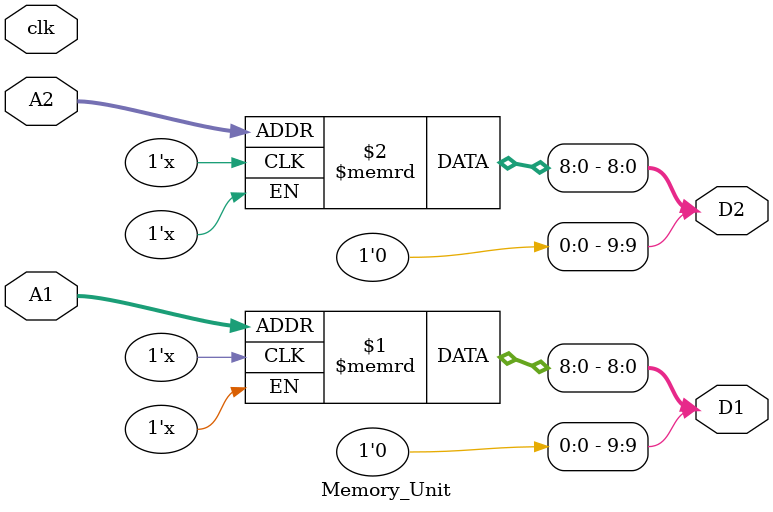
<source format=v>
module Memory_Unit (D2, D1, A2, A1, clk);
// specify parameters
	parameter word_size = 9;
	parameter memory_size = 512;
	
// define ports
	output [word_size: 0] D2;
	output [word_size: 0] D1;
	input [word_size-1: 0] A2;
	input [word_size-1: 0] A1;
	input clk;
// declare temp to cater to conditions
	reg [word_size-1: 0] Memory [memory_size-1: 0];
// Assign output ports
	assign D1 = Memory[A1];
	assign D2 = Memory[A2];

endmodule

</source>
